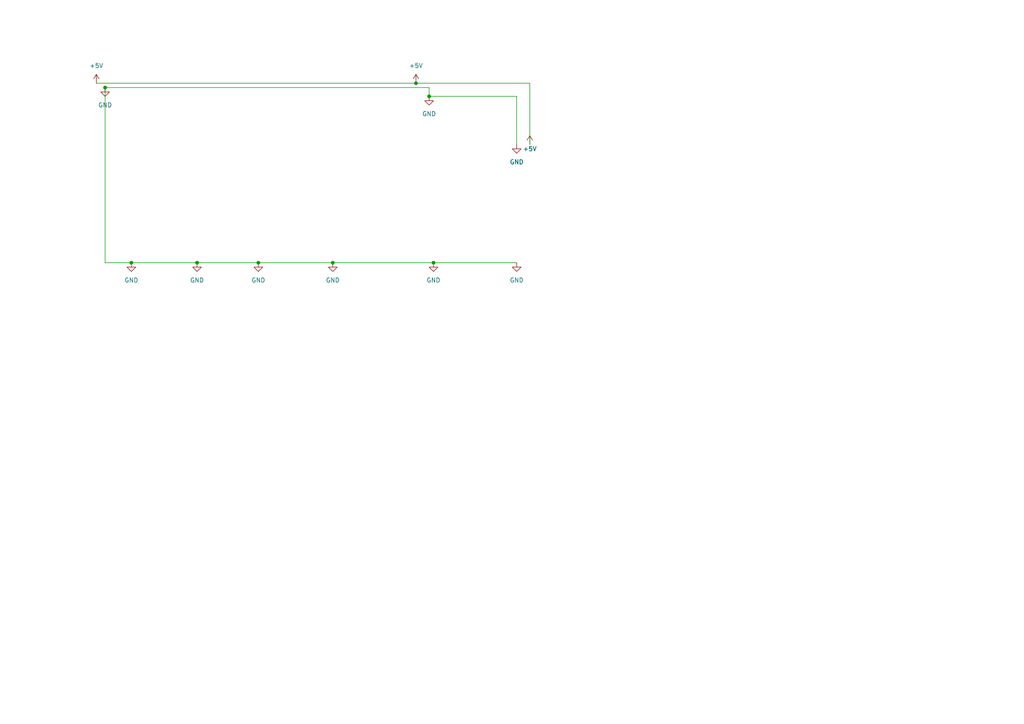
<source format=kicad_sch>
(kicad_sch (version 20230121) (generator eeschema)
  (paper "A4")
  (lib_symbols
    (symbol "power:+5V" (power) (pin_names (offset 0))
      (property "Value" "+5V" (at 0 3.556 0))
      (symbol "+5V_0_1"
        (polyline (pts (xy -0.762 1.27) (xy 0 2.54)))
        (polyline (pts (xy 0 0) (xy 0 2.54)))
        (polyline (pts (xy 0 2.54) (xy 0.762 1.27)))
      )
      (symbol "+5V_1_1"
        (pin power_in line (at 0 0 90) (length 0) hide (name "+5V") (number "1"))
      )
    )
    (symbol "power:GND" (power) (pin_names (offset 0))
      (property "Value" "GND" (at 0 -3.81 0))
      (symbol "GND_0_1"
        (polyline (pts (xy 0 0) (xy 0 -1.27) (xy 1.27 -1.27) (xy 0 -2.54) (xy -1.27 -1.27) (xy 0 -1.27)))
      )
      (symbol "GND_1_1"
        (pin power_in line (at 0 0 270) (length 0) hide (name "GND") (number "1"))
      )
    )
  )
  (junction (at 125.73 76.2))
  (junction (at 96.52 76.2))
  (junction (at 124.46 27.94))
  (junction (at 74.93 76.2))
  (junction (at 30.48 25.4))
  (junction (at 38.1 76.2))
  (junction (at 120.65 24.13))
  (junction (at 57.15 76.2))
  (wire (pts (xy 120.65 24.13) (xy 153.67 24.13)))
  (wire (pts (xy 74.93 76.2) (xy 96.52 76.2)))
  (wire (pts (xy 38.1 76.2) (xy 57.15 76.2)))
  (wire (pts (xy 124.46 27.94) (xy 149.86 27.94)))
  (wire (pts (xy 149.86 27.94) (xy 149.86 41.91)))
  (wire (pts (xy 30.48 25.4) (xy 30.48 76.2)))
  (wire (pts (xy 125.73 76.2) (xy 149.86 76.2)))
  (wire (pts (xy 27.94 24.13) (xy 120.65 24.13)))
  (wire (pts (xy 96.52 76.2) (xy 125.73 76.2)))
  (wire (pts (xy 57.15 76.2) (xy 74.93 76.2)))
  (wire (pts (xy 30.48 76.2) (xy 38.1 76.2)))
  (wire (pts (xy 124.46 25.4) (xy 124.46 27.94)))
  (wire (pts (xy 153.67 24.13) (xy 153.67 41.91)))
  (wire (pts (xy 30.48 25.4) (xy 124.46 25.4)))
  (symbol (lib_id "power:+5V") (at 27.94 24.13 0) (unit 1)
    (property "Reference" "#PWR010" (effects hide))
    (property "Value" "+5V" (at 27.94 19.05 0))
    (property "Footprint" "Custom Footbrint Library:VIN VIA" (effects hide))
  )
  (symbol (lib_id "power:GND") (at 149.86 41.91 0) (unit 1)
    (property "Reference" "#PWR09" (effects hide))
    (property "Value" "GND" (at 149.86 46.99 0))
    (property "Footprint" "Custom Footbrint Library:GND VIA" (effects hide))
  )
  (symbol (lib_id "power:GND") (at 30.48 25.4 0) (unit 1)
    (property "Reference" "#PWR01" (effects hide))
    (property "Value" "GND" (at 30.48 30.48 0))
    (property "Footprint" "Custom Footbrint Library:GND VIA" (effects hide))
  )
  (symbol (lib_id "power:GND") (at 149.86 76.2 0) (unit 1)
    (property "Reference" "#PWR06" (effects hide))
    (property "Value" "GND" (at 149.86 81.28 0))
    (property "Footprint" "Custom Footbrint Library:GND VIA" (effects hide))
  )
  (symbol (lib_id "power:GND") (at 125.73 76.2 0) (unit 1)
    (property "Reference" "#PWR05" (effects hide))
    (property "Value" "GND" (at 125.73 81.28 0))
    (property "Footprint" "Custom Footbrint Library:GND VIA" (effects hide))
  )
  (symbol (lib_id "power:GND") (at 124.46 27.94 0) (unit 1)
    (property "Reference" "#PWR08" (effects hide))
    (property "Value" "GND" (at 124.46 33.02 0))
    (property "Footprint" "Custom Footbrint Library:GND VIA" (effects hide))
  )
  (symbol (lib_id "power:GND") (at 57.15 76.2 0) (unit 1)
    (property "Reference" "#PWR02" (effects hide))
    (property "Value" "GND" (at 57.15 81.28 0))
    (property "Footprint" "Custom Footbrint Library:GND VIA" (effects hide))
  )
  (symbol (lib_id "power:+5V") (at 153.67 41.91 0) (unit 1)
    (property "Reference" "#PWR012" (effects hide))
    (property "Value" "+5V" (at 153.67 43.18 0))
    (property "Footprint" "Custom Footbrint Library:VIN VIA" (effects hide))
  )
  (symbol (lib_id "power:GND") (at 96.52 76.2 0) (unit 1)
    (property "Reference" "#PWR04" (effects hide))
    (property "Value" "GND" (at 96.52 81.28 0))
    (property "Footprint" "Custom Footbrint Library:GND VIA" (effects hide))
  )
  (symbol (lib_id "power:GND") (at 38.1 76.2 0) (unit 1)
    (property "Reference" "#PWR013" (effects hide))
    (property "Value" "GND" (at 38.1 81.28 0))
    (property "Footprint" "Custom Footbrint Library:GND VIA" (effects hide))
  )
  (symbol (lib_id "power:+5V") (at 120.65 24.13 0) (unit 1)
    (property "Reference" "#PWR011" (effects hide))
    (property "Value" "+5V" (at 120.65 19.05 0))
    (property "Footprint" "Custom Footbrint Library:VIN VIA" (effects hide))
  )
  (symbol (lib_id "power:GND") (at 74.93 76.2 0) (unit 1)
    (property "Reference" "#PWR03" (effects hide))
    (property "Value" "GND" (at 74.93 81.28 0))
    (property "Footprint" "Custom Footbrint Library:GND VIA" (effects hide))
  )
)
</source>
